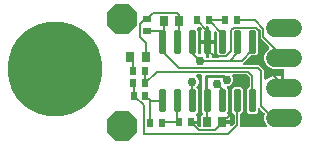
<source format=gbr>
G04 EAGLE Gerber RS-274X export*
G75*
%MOMM*%
%FSLAX34Y34*%
%LPD*%
%INTop Copper*%
%IPPOS*%
%AMOC8*
5,1,8,0,0,1.08239X$1,22.5*%
G01*
%ADD10C,0.300000*%
%ADD11R,0.600000X0.700000*%
%ADD12R,0.700000X0.600000*%
%ADD13R,0.700000X0.900000*%
%ADD14C,1.524000*%
%ADD15P,2.763017X8X112.500000*%
%ADD16C,8.000000*%
%ADD17P,2.763017X8X22.500000*%
%ADD18C,0.152400*%
%ADD19C,0.756400*%
%ADD20C,0.254000*%

G36*
X316338Y206550D02*
X316338Y206550D01*
X316481Y206563D01*
X316496Y206569D01*
X316513Y206571D01*
X316645Y206622D01*
X316780Y206671D01*
X316794Y206680D01*
X316809Y206686D01*
X316925Y206769D01*
X317043Y206849D01*
X317054Y206862D01*
X317068Y206871D01*
X317159Y206981D01*
X317254Y207088D01*
X317261Y207103D01*
X317272Y207115D01*
X317333Y207244D01*
X317398Y207371D01*
X317402Y207387D01*
X317409Y207402D01*
X317437Y207542D01*
X317468Y207681D01*
X317467Y207698D01*
X317471Y207714D01*
X317463Y207856D01*
X317458Y207999D01*
X317454Y208015D01*
X317453Y208032D01*
X317410Y208168D01*
X317370Y208305D01*
X317361Y208319D01*
X317356Y208335D01*
X317281Y208455D01*
X317208Y208579D01*
X317193Y208596D01*
X317188Y208604D01*
X317174Y208617D01*
X317102Y208699D01*
X316351Y209450D01*
X314959Y212811D01*
X314959Y216449D01*
X315387Y217481D01*
X315395Y217510D01*
X315408Y217536D01*
X315412Y217553D01*
X315417Y217563D01*
X315431Y217637D01*
X315436Y217663D01*
X315471Y217788D01*
X315471Y217817D01*
X315478Y217846D01*
X315474Y217976D01*
X315476Y218106D01*
X315469Y218135D01*
X315468Y218164D01*
X315432Y218289D01*
X315402Y218415D01*
X315388Y218441D01*
X315380Y218470D01*
X315314Y218581D01*
X315253Y218696D01*
X315233Y218718D01*
X315218Y218744D01*
X315112Y218864D01*
X311491Y222485D01*
X311382Y222570D01*
X311275Y222658D01*
X311256Y222667D01*
X311240Y222680D01*
X311112Y222735D01*
X310987Y222794D01*
X310967Y222798D01*
X310948Y222806D01*
X310810Y222828D01*
X310674Y222854D01*
X310654Y222853D01*
X310634Y222856D01*
X310495Y222843D01*
X310357Y222834D01*
X310338Y222828D01*
X310318Y222826D01*
X310186Y222779D01*
X310055Y222736D01*
X310037Y222725D01*
X310018Y222718D01*
X309903Y222640D01*
X309786Y222566D01*
X309772Y222551D01*
X309755Y222540D01*
X309663Y222435D01*
X309568Y222334D01*
X309558Y222317D01*
X309545Y222301D01*
X309481Y222177D01*
X309414Y222056D01*
X309409Y222036D01*
X309400Y222018D01*
X309370Y221882D01*
X309335Y221748D01*
X309333Y221720D01*
X309330Y221708D01*
X309331Y221687D01*
X309325Y221587D01*
X309325Y219647D01*
X307553Y217875D01*
X302047Y217875D01*
X300275Y219647D01*
X300275Y238853D01*
X302142Y240719D01*
X302202Y240797D01*
X302270Y240869D01*
X302299Y240922D01*
X302336Y240970D01*
X302376Y241061D01*
X302424Y241148D01*
X302439Y241207D01*
X302463Y241262D01*
X302478Y241360D01*
X302503Y241456D01*
X302509Y241556D01*
X302513Y241576D01*
X302511Y241589D01*
X302513Y241617D01*
X302513Y248717D01*
X302501Y248815D01*
X302498Y248914D01*
X302481Y248972D01*
X302473Y249033D01*
X302437Y249125D01*
X302409Y249220D01*
X302379Y249272D01*
X302356Y249328D01*
X302298Y249408D01*
X302248Y249494D01*
X302182Y249569D01*
X302170Y249586D01*
X302160Y249593D01*
X302142Y249615D01*
X300669Y251088D01*
X300590Y251148D01*
X300518Y251216D01*
X300465Y251245D01*
X300417Y251282D01*
X300326Y251322D01*
X300240Y251370D01*
X300181Y251385D01*
X300125Y251409D01*
X300027Y251424D01*
X299932Y251449D01*
X299832Y251455D01*
X299811Y251459D01*
X299799Y251457D01*
X299771Y251459D01*
X289176Y251459D01*
X289127Y251453D01*
X289077Y251455D01*
X288970Y251433D01*
X288860Y251419D01*
X288814Y251401D01*
X288766Y251391D01*
X288667Y251343D01*
X288565Y251302D01*
X288525Y251273D01*
X288480Y251251D01*
X288396Y251180D01*
X288307Y251116D01*
X288276Y251077D01*
X288238Y251045D01*
X288175Y250955D01*
X288105Y250871D01*
X288083Y250826D01*
X288055Y250785D01*
X288016Y250682D01*
X287969Y250583D01*
X287960Y250534D01*
X287942Y250488D01*
X287930Y250378D01*
X287909Y250271D01*
X287912Y250221D01*
X287907Y250172D01*
X287922Y250063D01*
X287929Y249953D01*
X287944Y249906D01*
X287951Y249857D01*
X288003Y249704D01*
X288744Y247916D01*
X288744Y245804D01*
X287936Y243854D01*
X286444Y242361D01*
X284493Y241553D01*
X284289Y241553D01*
X284151Y241536D01*
X284012Y241523D01*
X283993Y241516D01*
X283973Y241513D01*
X283844Y241462D01*
X283713Y241415D01*
X283696Y241404D01*
X283677Y241396D01*
X283565Y241315D01*
X283450Y241237D01*
X283436Y241221D01*
X283420Y241210D01*
X283331Y241102D01*
X283239Y240998D01*
X283230Y240980D01*
X283217Y240965D01*
X283158Y240839D01*
X283095Y240715D01*
X283090Y240695D01*
X283082Y240677D01*
X283056Y240540D01*
X283025Y240405D01*
X283026Y240384D01*
X283022Y240365D01*
X283031Y240226D01*
X283035Y240087D01*
X283040Y240067D01*
X283042Y240047D01*
X283084Y239915D01*
X283123Y239781D01*
X283133Y239764D01*
X283140Y239745D01*
X283214Y239627D01*
X283285Y239507D01*
X283303Y239486D01*
X283310Y239476D01*
X283325Y239462D01*
X283391Y239387D01*
X283925Y238853D01*
X283925Y219647D01*
X283891Y219613D01*
X283814Y219514D01*
X283732Y219419D01*
X283717Y219389D01*
X283696Y219362D01*
X283646Y219247D01*
X283590Y219134D01*
X283583Y219101D01*
X283570Y219070D01*
X283550Y218946D01*
X283524Y218823D01*
X283525Y218789D01*
X283520Y218756D01*
X283532Y218631D01*
X283537Y218505D01*
X283546Y218473D01*
X283550Y218439D01*
X283592Y218321D01*
X283628Y218201D01*
X283646Y218172D01*
X283657Y218140D01*
X283728Y218036D01*
X283793Y217928D01*
X283817Y217905D01*
X283836Y217877D01*
X283930Y217794D01*
X284020Y217706D01*
X284060Y217679D01*
X284074Y217667D01*
X284093Y217657D01*
X284154Y217617D01*
X284610Y217353D01*
X285083Y216880D01*
X285418Y216301D01*
X285591Y215654D01*
X285591Y212569D01*
X280030Y212569D01*
X279912Y212554D01*
X279793Y212547D01*
X279755Y212534D01*
X279715Y212529D01*
X279604Y212486D01*
X279491Y212449D01*
X279457Y212427D01*
X279419Y212412D01*
X279323Y212343D01*
X279222Y212279D01*
X279194Y212249D01*
X279162Y212226D01*
X279086Y212134D01*
X279004Y212047D01*
X278985Y212012D01*
X278959Y211981D01*
X278908Y211873D01*
X278851Y211769D01*
X278841Y211729D01*
X278823Y211693D01*
X278801Y211576D01*
X278795Y211574D01*
X278754Y211569D01*
X278644Y211525D01*
X278531Y211489D01*
X278496Y211467D01*
X278459Y211452D01*
X278362Y211382D01*
X278262Y211319D01*
X278234Y211289D01*
X278201Y211265D01*
X278125Y211174D01*
X278044Y211087D01*
X278024Y211052D01*
X277999Y211020D01*
X277948Y210913D01*
X277890Y210808D01*
X277880Y210769D01*
X277863Y210733D01*
X277841Y210616D01*
X277811Y210500D01*
X277807Y210440D01*
X277803Y210420D01*
X277805Y210400D01*
X277801Y210340D01*
X277801Y208019D01*
X277815Y207905D01*
X277822Y207789D01*
X277835Y207747D01*
X277841Y207703D01*
X277883Y207596D01*
X277918Y207486D01*
X277941Y207449D01*
X277958Y207408D01*
X278025Y207314D01*
X278087Y207216D01*
X278118Y207186D01*
X278144Y207150D01*
X278233Y207077D01*
X278317Y206997D01*
X278355Y206976D01*
X278389Y206947D01*
X278494Y206898D01*
X278594Y206842D01*
X278637Y206831D01*
X278677Y206812D01*
X278790Y206790D01*
X278902Y206761D01*
X278969Y206756D01*
X278989Y206752D01*
X279009Y206753D01*
X279063Y206750D01*
X280023Y206744D01*
X280144Y206759D01*
X280267Y206766D01*
X280302Y206778D01*
X280338Y206782D01*
X280453Y206827D01*
X280569Y206864D01*
X280600Y206884D01*
X280635Y206897D01*
X280735Y206969D01*
X280838Y207034D01*
X280863Y207061D01*
X280893Y207083D01*
X280972Y207177D01*
X281056Y207266D01*
X281074Y207298D01*
X281097Y207326D01*
X281150Y207437D01*
X281210Y207545D01*
X281219Y207580D01*
X281235Y207613D01*
X281258Y207734D01*
X281289Y207853D01*
X281292Y207906D01*
X281296Y207925D01*
X281295Y207947D01*
X281299Y208013D01*
X281299Y209071D01*
X285591Y209071D01*
X285591Y208577D01*
X285608Y208439D01*
X285621Y208301D01*
X285628Y208281D01*
X285631Y208261D01*
X285682Y208132D01*
X285729Y208001D01*
X285740Y207984D01*
X285748Y207966D01*
X285829Y207853D01*
X285907Y207738D01*
X285923Y207725D01*
X285934Y207708D01*
X286042Y207620D01*
X286146Y207528D01*
X286164Y207518D01*
X286179Y207506D01*
X286305Y207446D01*
X286429Y207383D01*
X286449Y207379D01*
X286467Y207370D01*
X286604Y207344D01*
X286739Y207313D01*
X286760Y207314D01*
X286779Y207310D01*
X286918Y207319D01*
X287057Y207323D01*
X287077Y207329D01*
X287097Y207330D01*
X287229Y207373D01*
X287363Y207411D01*
X287380Y207422D01*
X287399Y207428D01*
X287517Y207502D01*
X287637Y207573D01*
X287658Y207592D01*
X287668Y207598D01*
X287682Y207613D01*
X287757Y207679D01*
X289442Y209363D01*
X289502Y209442D01*
X289570Y209514D01*
X289599Y209567D01*
X289636Y209615D01*
X289676Y209706D01*
X289724Y209792D01*
X289739Y209851D01*
X289763Y209907D01*
X289778Y210004D01*
X289803Y210100D01*
X289809Y210200D01*
X289813Y210221D01*
X289811Y210233D01*
X289813Y210261D01*
X289813Y216883D01*
X289801Y216982D01*
X289798Y217081D01*
X289781Y217139D01*
X289773Y217199D01*
X289737Y217291D01*
X289709Y217386D01*
X289679Y217438D01*
X289656Y217495D01*
X289598Y217575D01*
X289548Y217660D01*
X289482Y217735D01*
X289470Y217752D01*
X289460Y217760D01*
X289442Y217781D01*
X287575Y219647D01*
X287575Y238853D01*
X289347Y240625D01*
X294853Y240625D01*
X296625Y238853D01*
X296625Y219647D01*
X294758Y217781D01*
X294698Y217703D01*
X294630Y217631D01*
X294601Y217578D01*
X294564Y217530D01*
X294524Y217439D01*
X294476Y217352D01*
X294461Y217293D01*
X294437Y217238D01*
X294422Y217140D01*
X294397Y217044D01*
X294391Y216944D01*
X294387Y216924D01*
X294389Y216911D01*
X294387Y216883D01*
X294387Y207922D01*
X294401Y207808D01*
X294408Y207692D01*
X294421Y207650D01*
X294427Y207606D01*
X294469Y207499D01*
X294504Y207389D01*
X294527Y207352D01*
X294544Y207311D01*
X294611Y207217D01*
X294673Y207120D01*
X294704Y207089D01*
X294730Y207053D01*
X294819Y206980D01*
X294903Y206900D01*
X294941Y206879D01*
X294975Y206851D01*
X295080Y206802D01*
X295180Y206745D01*
X295223Y206734D01*
X295263Y206715D01*
X295376Y206693D01*
X295488Y206664D01*
X295555Y206659D01*
X295575Y206655D01*
X295595Y206656D01*
X295649Y206653D01*
X316197Y206533D01*
X316338Y206550D01*
G37*
G36*
X330826Y240046D02*
X330826Y240046D01*
X330945Y240053D01*
X330983Y240066D01*
X331024Y240071D01*
X331134Y240115D01*
X331247Y240151D01*
X331282Y240173D01*
X331319Y240188D01*
X331415Y240258D01*
X331516Y240321D01*
X331544Y240351D01*
X331577Y240375D01*
X331653Y240466D01*
X331734Y240553D01*
X331754Y240588D01*
X331779Y240620D01*
X331830Y240727D01*
X331888Y240832D01*
X331898Y240871D01*
X331915Y240907D01*
X331937Y241024D01*
X331967Y241139D01*
X331971Y241200D01*
X331975Y241220D01*
X331973Y241240D01*
X331977Y241300D01*
X331977Y255016D01*
X331962Y255134D01*
X331955Y255253D01*
X331942Y255291D01*
X331937Y255332D01*
X331894Y255442D01*
X331857Y255555D01*
X331835Y255590D01*
X331820Y255627D01*
X331751Y255723D01*
X331687Y255824D01*
X331657Y255852D01*
X331634Y255885D01*
X331542Y255961D01*
X331455Y256042D01*
X331420Y256062D01*
X331389Y256087D01*
X331281Y256138D01*
X331177Y256196D01*
X331137Y256206D01*
X331101Y256223D01*
X330984Y256245D01*
X330869Y256275D01*
X330809Y256279D01*
X330789Y256283D01*
X330768Y256281D01*
X330708Y256285D01*
X322285Y256285D01*
X318924Y257677D01*
X316351Y260250D01*
X314959Y263611D01*
X314959Y267249D01*
X316351Y270610D01*
X318933Y273192D01*
X319006Y273286D01*
X319085Y273375D01*
X319103Y273411D01*
X319128Y273443D01*
X319176Y273553D01*
X319230Y273658D01*
X319238Y273698D01*
X319255Y273735D01*
X319273Y273853D01*
X319299Y273969D01*
X319298Y274009D01*
X319304Y274049D01*
X319293Y274168D01*
X319290Y274287D01*
X319278Y274325D01*
X319275Y274366D01*
X319234Y274478D01*
X319201Y274592D01*
X319181Y274627D01*
X319167Y274665D01*
X319100Y274764D01*
X319040Y274866D01*
X319000Y274911D01*
X318988Y274928D01*
X318973Y274942D01*
X318933Y274987D01*
X311911Y282009D01*
X311911Y288341D01*
X311899Y288439D01*
X311896Y288538D01*
X311879Y288596D01*
X311871Y288657D01*
X311835Y288748D01*
X311808Y288843D01*
X311777Y288896D01*
X311754Y288952D01*
X311696Y289032D01*
X311646Y289117D01*
X311579Y289193D01*
X311568Y289210D01*
X311558Y289217D01*
X311540Y289238D01*
X311492Y289286D01*
X311382Y289372D01*
X311275Y289460D01*
X311256Y289469D01*
X311241Y289481D01*
X311113Y289537D01*
X310987Y289596D01*
X310967Y289600D01*
X310949Y289608D01*
X310811Y289630D01*
X310674Y289656D01*
X310654Y289655D01*
X310635Y289658D01*
X310496Y289645D01*
X310357Y289636D01*
X310338Y289630D01*
X310318Y289628D01*
X310187Y289581D01*
X310055Y289538D01*
X310038Y289527D01*
X310019Y289521D01*
X309904Y289442D01*
X309786Y289368D01*
X309772Y289353D01*
X309756Y289342D01*
X309664Y289238D01*
X309568Y289136D01*
X309558Y289119D01*
X309545Y289104D01*
X309482Y288980D01*
X309414Y288858D01*
X309409Y288838D01*
X309400Y288820D01*
X309370Y288684D01*
X309335Y288550D01*
X309333Y288522D01*
X309331Y288510D01*
X309331Y288490D01*
X309325Y288389D01*
X309325Y269147D01*
X307553Y267375D01*
X304043Y267375D01*
X303945Y267363D01*
X303846Y267360D01*
X303788Y267343D01*
X303727Y267335D01*
X303635Y267299D01*
X303540Y267271D01*
X303488Y267241D01*
X303432Y267218D01*
X303352Y267160D01*
X303266Y267110D01*
X303191Y267044D01*
X303174Y267032D01*
X303167Y267022D01*
X303145Y267004D01*
X297389Y261247D01*
X297304Y261138D01*
X297216Y261031D01*
X297207Y261012D01*
X297194Y260996D01*
X297139Y260868D01*
X297080Y260743D01*
X297076Y260723D01*
X297068Y260704D01*
X297046Y260566D01*
X297020Y260430D01*
X297021Y260410D01*
X297018Y260390D01*
X297031Y260251D01*
X297040Y260113D01*
X297046Y260094D01*
X297048Y260074D01*
X297095Y259942D01*
X297138Y259811D01*
X297149Y259793D01*
X297156Y259774D01*
X297234Y259659D01*
X297308Y259542D01*
X297323Y259528D01*
X297334Y259511D01*
X297439Y259419D01*
X297540Y259324D01*
X297557Y259314D01*
X297573Y259301D01*
X297697Y259237D01*
X297818Y259170D01*
X297838Y259165D01*
X297856Y259156D01*
X297992Y259126D01*
X298126Y259091D01*
X298154Y259089D01*
X298166Y259086D01*
X298187Y259087D01*
X298287Y259081D01*
X310573Y259081D01*
X314707Y254947D01*
X314707Y248066D01*
X314724Y247928D01*
X314737Y247790D01*
X314744Y247771D01*
X314747Y247751D01*
X314798Y247621D01*
X314845Y247491D01*
X314856Y247474D01*
X314864Y247455D01*
X314945Y247343D01*
X315023Y247228D01*
X315039Y247214D01*
X315050Y247198D01*
X315158Y247109D01*
X315262Y247017D01*
X315280Y247008D01*
X315295Y246995D01*
X315421Y246936D01*
X315545Y246873D01*
X315565Y246868D01*
X315583Y246859D01*
X315720Y246833D01*
X315855Y246803D01*
X315876Y246804D01*
X315895Y246800D01*
X316034Y246808D01*
X316173Y246813D01*
X316193Y246818D01*
X316213Y246819D01*
X316345Y246862D01*
X316479Y246901D01*
X316496Y246911D01*
X316515Y246917D01*
X316633Y246992D01*
X316753Y247063D01*
X316774Y247081D01*
X316784Y247088D01*
X316798Y247103D01*
X316874Y247169D01*
X317485Y247780D01*
X318779Y248720D01*
X320204Y249446D01*
X321725Y249941D01*
X323304Y250191D01*
X329185Y250191D01*
X329185Y241300D01*
X329200Y241182D01*
X329207Y241063D01*
X329220Y241025D01*
X329225Y240985D01*
X329268Y240874D01*
X329305Y240761D01*
X329327Y240727D01*
X329342Y240689D01*
X329412Y240593D01*
X329475Y240492D01*
X329505Y240464D01*
X329528Y240432D01*
X329620Y240356D01*
X329707Y240274D01*
X329742Y240255D01*
X329773Y240229D01*
X329881Y240178D01*
X329985Y240121D01*
X330025Y240110D01*
X330061Y240093D01*
X330178Y240071D01*
X330293Y240041D01*
X330354Y240037D01*
X330374Y240033D01*
X330394Y240035D01*
X330454Y240031D01*
X330708Y240031D01*
X330826Y240046D01*
G37*
G36*
X267048Y265360D02*
X267048Y265360D01*
X267167Y265367D01*
X267205Y265380D01*
X267246Y265385D01*
X267356Y265428D01*
X267469Y265465D01*
X267504Y265487D01*
X267541Y265502D01*
X267637Y265571D01*
X267738Y265635D01*
X267766Y265665D01*
X267799Y265688D01*
X267875Y265780D01*
X267956Y265867D01*
X267976Y265902D01*
X268001Y265933D01*
X268052Y266041D01*
X268110Y266145D01*
X268120Y266185D01*
X268137Y266221D01*
X268159Y266338D01*
X268189Y266453D01*
X268193Y266513D01*
X268197Y266533D01*
X268195Y266554D01*
X268199Y266614D01*
X268199Y277251D01*
X272241Y277251D01*
X272241Y269868D01*
X271965Y268840D01*
X271433Y267919D01*
X271026Y267512D01*
X270941Y267402D01*
X270852Y267295D01*
X270843Y267276D01*
X270831Y267260D01*
X270776Y267132D01*
X270717Y267007D01*
X270713Y266987D01*
X270705Y266968D01*
X270683Y266830D01*
X270657Y266694D01*
X270658Y266674D01*
X270655Y266654D01*
X270668Y266515D01*
X270676Y266377D01*
X270683Y266358D01*
X270685Y266338D01*
X270732Y266207D01*
X270775Y266075D01*
X270785Y266057D01*
X270792Y266038D01*
X270870Y265924D01*
X270945Y265806D01*
X270959Y265792D01*
X270971Y265775D01*
X271075Y265683D01*
X271176Y265588D01*
X271194Y265578D01*
X271209Y265565D01*
X271333Y265502D01*
X271455Y265434D01*
X271474Y265429D01*
X271492Y265420D01*
X271628Y265390D01*
X271763Y265355D01*
X271791Y265353D01*
X271803Y265350D01*
X271823Y265351D01*
X271923Y265345D01*
X275613Y265345D01*
X275751Y265362D01*
X275890Y265375D01*
X275909Y265382D01*
X275929Y265385D01*
X276058Y265436D01*
X276189Y265483D01*
X276206Y265494D01*
X276225Y265502D01*
X276337Y265583D01*
X276452Y265661D01*
X276466Y265677D01*
X276482Y265688D01*
X276571Y265796D01*
X276663Y265900D01*
X276672Y265918D01*
X276685Y265933D01*
X276744Y266059D01*
X276807Y266183D01*
X276812Y266203D01*
X276820Y266221D01*
X276846Y266358D01*
X276877Y266493D01*
X276876Y266514D01*
X276880Y266533D01*
X276871Y266672D01*
X276867Y266811D01*
X276862Y266831D01*
X276860Y266851D01*
X276818Y266983D01*
X276779Y267117D01*
X276769Y267134D01*
X276762Y267153D01*
X276688Y267271D01*
X276617Y267391D01*
X276599Y267412D01*
X276592Y267422D01*
X276577Y267436D01*
X276511Y267511D01*
X274875Y269147D01*
X274875Y286435D01*
X274863Y286533D01*
X274860Y286632D01*
X274843Y286691D01*
X274835Y286751D01*
X274799Y286843D01*
X274771Y286938D01*
X274741Y286990D01*
X274718Y287046D01*
X274660Y287126D01*
X274610Y287212D01*
X274544Y287287D01*
X274532Y287304D01*
X274522Y287311D01*
X274504Y287333D01*
X274407Y287429D01*
X274316Y287499D01*
X274293Y287522D01*
X274279Y287529D01*
X274191Y287602D01*
X274172Y287611D01*
X274156Y287624D01*
X274028Y287679D01*
X273903Y287738D01*
X273883Y287742D01*
X273864Y287750D01*
X273726Y287772D01*
X273590Y287798D01*
X273570Y287797D01*
X273550Y287800D01*
X273411Y287787D01*
X273273Y287778D01*
X273254Y287772D01*
X273234Y287770D01*
X273102Y287723D01*
X272971Y287680D01*
X272953Y287669D01*
X272934Y287662D01*
X272819Y287584D01*
X272702Y287510D01*
X272688Y287495D01*
X272671Y287484D01*
X272579Y287380D01*
X272484Y287278D01*
X272474Y287260D01*
X272461Y287245D01*
X272397Y287121D01*
X272330Y287000D01*
X272325Y286980D01*
X272316Y286962D01*
X272286Y286826D01*
X272251Y286692D01*
X272249Y286664D01*
X272246Y286652D01*
X272247Y286631D01*
X272244Y286578D01*
X272243Y286576D01*
X272243Y286574D01*
X272241Y286531D01*
X272241Y280249D01*
X268199Y280249D01*
X268199Y290886D01*
X268184Y291004D01*
X268177Y291123D01*
X268164Y291161D01*
X268159Y291202D01*
X268116Y291312D01*
X268079Y291425D01*
X268057Y291460D01*
X268042Y291497D01*
X267973Y291593D01*
X267909Y291694D01*
X267879Y291722D01*
X267856Y291755D01*
X267764Y291831D01*
X267677Y291912D01*
X267642Y291932D01*
X267611Y291957D01*
X267503Y292008D01*
X267399Y292066D01*
X267359Y292076D01*
X267323Y292093D01*
X267206Y292115D01*
X267091Y292145D01*
X267031Y292149D01*
X267011Y292153D01*
X266990Y292151D01*
X266930Y292155D01*
X266470Y292155D01*
X266352Y292140D01*
X266233Y292133D01*
X266195Y292120D01*
X266154Y292115D01*
X266044Y292072D01*
X265931Y292035D01*
X265896Y292013D01*
X265859Y291998D01*
X265762Y291929D01*
X265662Y291865D01*
X265634Y291835D01*
X265601Y291812D01*
X265525Y291720D01*
X265444Y291633D01*
X265424Y291598D01*
X265399Y291567D01*
X265348Y291459D01*
X265290Y291355D01*
X265280Y291315D01*
X265263Y291279D01*
X265241Y291162D01*
X265211Y291047D01*
X265207Y290987D01*
X265203Y290967D01*
X265205Y290946D01*
X265201Y290886D01*
X265201Y280249D01*
X261159Y280249D01*
X261159Y287632D01*
X261435Y288660D01*
X261767Y289235D01*
X261818Y289358D01*
X261875Y289477D01*
X261880Y289504D01*
X261890Y289529D01*
X261910Y289660D01*
X261935Y289790D01*
X261933Y289816D01*
X261937Y289843D01*
X261923Y289975D01*
X261915Y290107D01*
X261906Y290133D01*
X261904Y290159D01*
X261858Y290283D01*
X261817Y290409D01*
X261802Y290432D01*
X261793Y290458D01*
X261717Y290566D01*
X261647Y290678D01*
X261627Y290697D01*
X261612Y290719D01*
X261511Y290805D01*
X261415Y290896D01*
X261391Y290909D01*
X261371Y290927D01*
X261252Y290986D01*
X261136Y291050D01*
X261110Y291056D01*
X261086Y291068D01*
X260956Y291096D01*
X260829Y291129D01*
X260790Y291131D01*
X260775Y291135D01*
X260753Y291134D01*
X260668Y291139D01*
X258803Y291139D01*
X258665Y291122D01*
X258526Y291109D01*
X258507Y291102D01*
X258487Y291099D01*
X258358Y291048D01*
X258227Y291001D01*
X258210Y290990D01*
X258191Y290982D01*
X258079Y290901D01*
X257964Y290823D01*
X257950Y290807D01*
X257934Y290796D01*
X257845Y290688D01*
X257753Y290584D01*
X257744Y290566D01*
X257731Y290551D01*
X257672Y290425D01*
X257609Y290301D01*
X257604Y290281D01*
X257596Y290263D01*
X257570Y290126D01*
X257539Y289991D01*
X257540Y289970D01*
X257536Y289951D01*
X257545Y289812D01*
X257549Y289673D01*
X257554Y289653D01*
X257556Y289633D01*
X257598Y289501D01*
X257637Y289367D01*
X257647Y289350D01*
X257654Y289331D01*
X257728Y289213D01*
X257799Y289093D01*
X257817Y289072D01*
X257824Y289062D01*
X257839Y289048D01*
X257905Y288973D01*
X258525Y288353D01*
X258525Y269593D01*
X258540Y269475D01*
X258547Y269356D01*
X258560Y269318D01*
X258565Y269277D01*
X258608Y269167D01*
X258645Y269054D01*
X258667Y269019D01*
X258682Y268982D01*
X258751Y268886D01*
X258815Y268785D01*
X258845Y268757D01*
X258868Y268724D01*
X258960Y268648D01*
X259047Y268567D01*
X259082Y268547D01*
X259113Y268522D01*
X259221Y268471D01*
X259325Y268413D01*
X259365Y268403D01*
X259401Y268386D01*
X259518Y268364D01*
X259633Y268334D01*
X259693Y268330D01*
X259713Y268326D01*
X259734Y268328D01*
X259794Y268324D01*
X259919Y268324D01*
X260044Y268339D01*
X260169Y268349D01*
X260201Y268359D01*
X260234Y268364D01*
X260351Y268410D01*
X260471Y268450D01*
X260499Y268468D01*
X260530Y268481D01*
X260632Y268554D01*
X260738Y268623D01*
X260760Y268648D01*
X260788Y268667D01*
X260868Y268764D01*
X260953Y268857D01*
X260969Y268886D01*
X260990Y268912D01*
X261044Y269026D01*
X261103Y269137D01*
X261112Y269170D01*
X261126Y269200D01*
X261149Y269323D01*
X261180Y269446D01*
X261179Y269479D01*
X261186Y269512D01*
X261178Y269638D01*
X261177Y269764D01*
X261167Y269812D01*
X261166Y269830D01*
X261159Y269850D01*
X261159Y277251D01*
X265201Y277251D01*
X265201Y266614D01*
X265216Y266496D01*
X265223Y266377D01*
X265235Y266339D01*
X265241Y266298D01*
X265284Y266187D01*
X265321Y266075D01*
X265343Y266040D01*
X265358Y266003D01*
X265427Y265907D01*
X265491Y265806D01*
X265521Y265778D01*
X265544Y265745D01*
X265636Y265669D01*
X265723Y265588D01*
X265758Y265568D01*
X265789Y265543D01*
X265897Y265492D01*
X266001Y265434D01*
X266041Y265424D01*
X266077Y265407D01*
X266194Y265385D01*
X266309Y265355D01*
X266369Y265351D01*
X266389Y265347D01*
X266410Y265349D01*
X266470Y265345D01*
X266930Y265345D01*
X267048Y265360D01*
G37*
G36*
X260370Y206874D02*
X260370Y206874D01*
X260493Y206882D01*
X260528Y206893D01*
X260564Y206897D01*
X260679Y206942D01*
X260795Y206980D01*
X260826Y206999D01*
X260861Y207013D01*
X260960Y207084D01*
X261064Y207150D01*
X261089Y207177D01*
X261119Y207198D01*
X261198Y207292D01*
X261282Y207382D01*
X261300Y207414D01*
X261323Y207442D01*
X261376Y207553D01*
X261436Y207660D01*
X261445Y207696D01*
X261461Y207729D01*
X261484Y207849D01*
X261515Y207968D01*
X261518Y208022D01*
X261522Y208041D01*
X261521Y208062D01*
X261525Y208129D01*
X261525Y215952D01*
X262699Y217125D01*
X262752Y217161D01*
X262766Y217177D01*
X262782Y217188D01*
X262871Y217296D01*
X262963Y217400D01*
X262972Y217418D01*
X262985Y217433D01*
X263044Y217559D01*
X263107Y217683D01*
X263112Y217703D01*
X263120Y217721D01*
X263146Y217858D01*
X263177Y217993D01*
X263176Y218014D01*
X263180Y218033D01*
X263172Y218172D01*
X263167Y218311D01*
X263162Y218331D01*
X263160Y218351D01*
X263118Y218483D01*
X263079Y218617D01*
X263069Y218634D01*
X263062Y218653D01*
X262988Y218771D01*
X262917Y218891D01*
X262899Y218912D01*
X262892Y218922D01*
X262877Y218936D01*
X262811Y219011D01*
X262175Y219647D01*
X262175Y238901D01*
X262204Y238938D01*
X262244Y239029D01*
X262292Y239116D01*
X262307Y239175D01*
X262331Y239230D01*
X262346Y239328D01*
X262371Y239424D01*
X262377Y239524D01*
X262381Y239544D01*
X262379Y239556D01*
X262381Y239585D01*
X262381Y250190D01*
X262366Y250308D01*
X262359Y250427D01*
X262346Y250465D01*
X262341Y250506D01*
X262298Y250616D01*
X262261Y250729D01*
X262239Y250764D01*
X262224Y250801D01*
X262155Y250897D01*
X262091Y250998D01*
X262061Y251026D01*
X262038Y251059D01*
X261946Y251135D01*
X261859Y251216D01*
X261824Y251236D01*
X261793Y251261D01*
X261685Y251312D01*
X261581Y251370D01*
X261541Y251380D01*
X261505Y251397D01*
X261388Y251419D01*
X261273Y251449D01*
X261213Y251453D01*
X261193Y251457D01*
X261172Y251455D01*
X261112Y251459D01*
X258220Y251459D01*
X258082Y251442D01*
X257943Y251429D01*
X257924Y251422D01*
X257904Y251419D01*
X257775Y251368D01*
X257644Y251321D01*
X257627Y251310D01*
X257609Y251302D01*
X257496Y251221D01*
X257381Y251143D01*
X257368Y251127D01*
X257351Y251116D01*
X257262Y251008D01*
X257171Y250904D01*
X257161Y250886D01*
X257148Y250871D01*
X257089Y250745D01*
X257026Y250621D01*
X257022Y250601D01*
X257013Y250583D01*
X256987Y250446D01*
X256956Y250311D01*
X256957Y250290D01*
X256953Y250271D01*
X256962Y250132D01*
X256966Y249993D01*
X256972Y249973D01*
X256973Y249953D01*
X257016Y249821D01*
X257054Y249687D01*
X257065Y249670D01*
X257071Y249651D01*
X257145Y249533D01*
X257216Y249413D01*
X257234Y249392D01*
X257241Y249382D01*
X257256Y249368D01*
X257322Y249293D01*
X258499Y248116D01*
X259307Y246166D01*
X259307Y244054D01*
X258499Y242104D01*
X257784Y241389D01*
X257711Y241295D01*
X257632Y241206D01*
X257614Y241170D01*
X257589Y241138D01*
X257541Y241028D01*
X257487Y240922D01*
X257479Y240883D01*
X257462Y240846D01*
X257444Y240728D01*
X257418Y240612D01*
X257419Y240572D01*
X257413Y240532D01*
X257424Y240413D01*
X257427Y240294D01*
X257439Y240255D01*
X257442Y240215D01*
X257483Y240103D01*
X257516Y239989D01*
X257536Y239954D01*
X257550Y239916D01*
X257617Y239817D01*
X257677Y239715D01*
X257717Y239669D01*
X257729Y239653D01*
X257744Y239639D01*
X257784Y239594D01*
X258525Y238853D01*
X258525Y219647D01*
X257118Y218240D01*
X257045Y218146D01*
X256966Y218057D01*
X256948Y218021D01*
X256923Y217989D01*
X256876Y217880D01*
X256822Y217774D01*
X256813Y217734D01*
X256797Y217697D01*
X256778Y217579D01*
X256752Y217463D01*
X256753Y217423D01*
X256747Y217383D01*
X256758Y217264D01*
X256762Y217146D01*
X256773Y217107D01*
X256777Y217066D01*
X256817Y216954D01*
X256850Y216840D01*
X256870Y216805D01*
X256884Y216767D01*
X256951Y216669D01*
X257011Y216566D01*
X257051Y216521D01*
X257063Y216504D01*
X257078Y216491D01*
X257118Y216445D01*
X257683Y215880D01*
X258018Y215301D01*
X258191Y214654D01*
X258191Y212319D01*
X252880Y212319D01*
X252762Y212304D01*
X252643Y212297D01*
X252605Y212284D01*
X252565Y212279D01*
X252454Y212236D01*
X252341Y212199D01*
X252307Y212177D01*
X252269Y212162D01*
X252173Y212093D01*
X252072Y212029D01*
X252044Y211999D01*
X252012Y211976D01*
X251936Y211884D01*
X251854Y211797D01*
X251835Y211762D01*
X251809Y211731D01*
X251758Y211623D01*
X251701Y211519D01*
X251691Y211479D01*
X251673Y211443D01*
X251651Y211326D01*
X251621Y211211D01*
X251617Y211151D01*
X251614Y211131D01*
X251615Y211110D01*
X251611Y211050D01*
X251611Y210590D01*
X251626Y210472D01*
X251633Y210353D01*
X251646Y210315D01*
X251651Y210274D01*
X251695Y210164D01*
X251731Y210051D01*
X251753Y210016D01*
X251768Y209979D01*
X251838Y209882D01*
X251901Y209782D01*
X251931Y209754D01*
X251955Y209721D01*
X252046Y209645D01*
X252133Y209564D01*
X252168Y209544D01*
X252200Y209519D01*
X252307Y209468D01*
X252412Y209410D01*
X252451Y209400D01*
X252487Y209383D01*
X252604Y209361D01*
X252720Y209331D01*
X252780Y209327D01*
X252800Y209323D01*
X252820Y209325D01*
X252880Y209321D01*
X258191Y209321D01*
X258191Y208133D01*
X258205Y208019D01*
X258212Y207904D01*
X258225Y207862D01*
X258231Y207818D01*
X258273Y207711D01*
X258308Y207601D01*
X258331Y207563D01*
X258348Y207522D01*
X258415Y207429D01*
X258477Y207331D01*
X258509Y207301D01*
X258534Y207265D01*
X258623Y207191D01*
X258707Y207112D01*
X258745Y207090D01*
X258779Y207062D01*
X258884Y207013D01*
X258984Y206957D01*
X259027Y206945D01*
X259067Y206926D01*
X259180Y206905D01*
X259292Y206875D01*
X259359Y206871D01*
X259379Y206867D01*
X259399Y206868D01*
X259453Y206864D01*
X260249Y206859D01*
X260370Y206874D01*
G37*
D10*
X230100Y237600D02*
X230100Y220900D01*
X227100Y220900D01*
X227100Y237600D01*
X230100Y237600D01*
X230100Y223750D02*
X227100Y223750D01*
X227100Y226600D02*
X230100Y226600D01*
X230100Y229450D02*
X227100Y229450D01*
X227100Y232300D02*
X230100Y232300D01*
X230100Y235150D02*
X227100Y235150D01*
X242800Y237600D02*
X242800Y220900D01*
X239800Y220900D01*
X239800Y237600D01*
X242800Y237600D01*
X242800Y223750D02*
X239800Y223750D01*
X239800Y226600D02*
X242800Y226600D01*
X242800Y229450D02*
X239800Y229450D01*
X239800Y232300D02*
X242800Y232300D01*
X242800Y235150D02*
X239800Y235150D01*
X255500Y237600D02*
X255500Y220900D01*
X252500Y220900D01*
X252500Y237600D01*
X255500Y237600D01*
X255500Y223750D02*
X252500Y223750D01*
X252500Y226600D02*
X255500Y226600D01*
X255500Y229450D02*
X252500Y229450D01*
X252500Y232300D02*
X255500Y232300D01*
X255500Y235150D02*
X252500Y235150D01*
X268200Y237600D02*
X268200Y220900D01*
X265200Y220900D01*
X265200Y237600D01*
X268200Y237600D01*
X268200Y223750D02*
X265200Y223750D01*
X265200Y226600D02*
X268200Y226600D01*
X268200Y229450D02*
X265200Y229450D01*
X265200Y232300D02*
X268200Y232300D01*
X268200Y235150D02*
X265200Y235150D01*
X280900Y237600D02*
X280900Y220900D01*
X277900Y220900D01*
X277900Y237600D01*
X280900Y237600D01*
X280900Y223750D02*
X277900Y223750D01*
X277900Y226600D02*
X280900Y226600D01*
X280900Y229450D02*
X277900Y229450D01*
X277900Y232300D02*
X280900Y232300D01*
X280900Y235150D02*
X277900Y235150D01*
X293600Y237600D02*
X293600Y220900D01*
X290600Y220900D01*
X290600Y237600D01*
X293600Y237600D01*
X293600Y223750D02*
X290600Y223750D01*
X290600Y226600D02*
X293600Y226600D01*
X293600Y229450D02*
X290600Y229450D01*
X290600Y232300D02*
X293600Y232300D01*
X293600Y235150D02*
X290600Y235150D01*
X306300Y237600D02*
X306300Y220900D01*
X303300Y220900D01*
X303300Y237600D01*
X306300Y237600D01*
X306300Y223750D02*
X303300Y223750D01*
X303300Y226600D02*
X306300Y226600D01*
X306300Y229450D02*
X303300Y229450D01*
X303300Y232300D02*
X306300Y232300D01*
X306300Y235150D02*
X303300Y235150D01*
X306300Y270400D02*
X306300Y287100D01*
X306300Y270400D02*
X303300Y270400D01*
X303300Y287100D01*
X306300Y287100D01*
X306300Y273250D02*
X303300Y273250D01*
X303300Y276100D02*
X306300Y276100D01*
X306300Y278950D02*
X303300Y278950D01*
X303300Y281800D02*
X306300Y281800D01*
X306300Y284650D02*
X303300Y284650D01*
X293600Y287100D02*
X293600Y270400D01*
X290600Y270400D01*
X290600Y287100D01*
X293600Y287100D01*
X293600Y273250D02*
X290600Y273250D01*
X290600Y276100D02*
X293600Y276100D01*
X293600Y278950D02*
X290600Y278950D01*
X290600Y281800D02*
X293600Y281800D01*
X293600Y284650D02*
X290600Y284650D01*
X280900Y287100D02*
X280900Y270400D01*
X277900Y270400D01*
X277900Y287100D01*
X280900Y287100D01*
X280900Y273250D02*
X277900Y273250D01*
X277900Y276100D02*
X280900Y276100D01*
X280900Y278950D02*
X277900Y278950D01*
X277900Y281800D02*
X280900Y281800D01*
X280900Y284650D02*
X277900Y284650D01*
X268200Y287100D02*
X268200Y270400D01*
X265200Y270400D01*
X265200Y287100D01*
X268200Y287100D01*
X268200Y273250D02*
X265200Y273250D01*
X265200Y276100D02*
X268200Y276100D01*
X268200Y278950D02*
X265200Y278950D01*
X265200Y281800D02*
X268200Y281800D01*
X268200Y284650D02*
X265200Y284650D01*
X255500Y287100D02*
X255500Y270400D01*
X252500Y270400D01*
X252500Y287100D01*
X255500Y287100D01*
X255500Y273250D02*
X252500Y273250D01*
X252500Y276100D02*
X255500Y276100D01*
X255500Y278950D02*
X252500Y278950D01*
X252500Y281800D02*
X255500Y281800D01*
X255500Y284650D02*
X252500Y284650D01*
X242800Y287100D02*
X242800Y270400D01*
X239800Y270400D01*
X239800Y287100D01*
X242800Y287100D01*
X242800Y273250D02*
X239800Y273250D01*
X239800Y276100D02*
X242800Y276100D01*
X242800Y278950D02*
X239800Y278950D01*
X239800Y281800D02*
X242800Y281800D01*
X242800Y284650D02*
X239800Y284650D01*
X230100Y287100D02*
X230100Y270400D01*
X227100Y270400D01*
X227100Y287100D01*
X230100Y287100D01*
X230100Y273250D02*
X227100Y273250D01*
X227100Y276100D02*
X230100Y276100D01*
X230100Y278950D02*
X227100Y278950D01*
X227100Y281800D02*
X230100Y281800D01*
X230100Y284650D02*
X227100Y284650D01*
D11*
X214296Y233426D03*
X204296Y233426D03*
X252650Y210820D03*
X242650Y210820D03*
X228266Y210566D03*
X218266Y210566D03*
X204042Y244094D03*
X214042Y244094D03*
X282020Y297180D03*
X292020Y297180D03*
X257890Y297180D03*
X267890Y297180D03*
X214042Y254508D03*
X204042Y254508D03*
D12*
X215646Y297862D03*
X215646Y287862D03*
D13*
X201526Y265684D03*
X214526Y265684D03*
X242720Y296672D03*
X229720Y296672D03*
X279550Y210820D03*
X266550Y210820D03*
D14*
X324104Y290830D02*
X339344Y290830D01*
X339344Y265430D02*
X324104Y265430D01*
X324104Y240030D02*
X339344Y240030D01*
X339344Y214630D02*
X324104Y214630D01*
D15*
X194818Y207518D03*
D16*
X137414Y255524D03*
D17*
X194310Y297942D03*
D18*
X259563Y204034D02*
X273537Y204034D01*
X252777Y210820D02*
X252650Y210820D01*
X279550Y210820D02*
X279550Y210047D01*
X273537Y204034D01*
X259563Y204034D02*
X252777Y210820D01*
X266780Y288290D02*
X257890Y297180D01*
X266780Y288290D02*
X266780Y278830D01*
X266700Y278750D01*
X257890Y297180D02*
X257890Y298183D01*
D19*
X297434Y244122D03*
D18*
X285900Y239954D02*
X285900Y217170D01*
X279550Y210820D01*
X290068Y244122D02*
X297434Y244122D01*
X290068Y244122D02*
X285900Y239954D01*
D20*
X266700Y273520D02*
X266700Y278750D01*
D18*
X272014Y266614D02*
X282468Y266614D01*
X286814Y288668D02*
X289032Y290886D01*
X266700Y271928D02*
X272014Y266614D01*
X266700Y271928D02*
X266700Y278750D01*
X282468Y266614D02*
X286814Y270960D01*
X286814Y288668D01*
X289032Y290886D02*
X307868Y290886D01*
X331216Y241554D02*
X331216Y240030D01*
X310642Y288112D02*
X307868Y290886D01*
X310642Y288112D02*
X310642Y262128D01*
X331216Y241554D01*
X204042Y263168D02*
X201526Y265684D01*
X204042Y263168D02*
X204042Y254508D01*
D19*
X254000Y245110D03*
D18*
X254000Y229250D01*
X292020Y297180D02*
X306832Y297180D01*
X314198Y289814D02*
X314198Y282956D01*
X331724Y265430D01*
X314198Y289814D02*
X306832Y297180D01*
D19*
X274574Y243586D03*
D18*
X279400Y238760D01*
X279400Y229250D01*
X292100Y229250D02*
X292100Y208788D01*
X284298Y200986D02*
X212678Y200986D01*
X212678Y225044D02*
X204296Y233426D01*
X212678Y225044D02*
X212678Y200986D01*
X284298Y200986D02*
X292100Y208788D01*
X204296Y243840D02*
X204042Y244094D01*
X204296Y243840D02*
X204296Y233426D01*
X267932Y297138D02*
X282020Y297180D01*
X267932Y297138D02*
X267890Y297180D01*
X279400Y285670D01*
X279400Y278750D01*
X229720Y286512D02*
X229720Y296672D01*
X229720Y286512D02*
X229720Y279870D01*
X228600Y278750D01*
X228600Y271018D01*
X242824Y256794D02*
X309626Y256794D01*
X312420Y254000D01*
X312420Y224790D01*
X322580Y214630D01*
X331724Y214630D01*
X242824Y256794D02*
X228600Y271018D01*
X229720Y286512D02*
X228370Y287862D01*
X215646Y287862D01*
X223694Y253746D02*
X214042Y244094D01*
X214042Y254508D01*
X223694Y253746D02*
X301244Y253746D01*
X304800Y250190D02*
X304800Y229250D01*
X304800Y250190D02*
X301244Y253746D01*
X228600Y229250D02*
X218980Y229250D01*
X218266Y228536D02*
X218266Y210566D01*
X218266Y228536D02*
X218639Y228909D01*
X218980Y229250D01*
X218639Y229083D02*
X214296Y233426D01*
X218639Y229083D02*
X218639Y228909D01*
X266550Y229100D02*
X266550Y210820D01*
X266550Y229100D02*
X266700Y229250D01*
X266982Y229532D01*
D19*
X283438Y246860D03*
D20*
X265176Y250162D02*
X265176Y230774D01*
X266700Y229250D01*
X283438Y246860D02*
X280136Y250162D01*
X265176Y250162D01*
D18*
X241300Y212170D02*
X242650Y210820D01*
X241300Y212170D02*
X241300Y229250D01*
X228266Y210820D02*
X228266Y210566D01*
X228266Y210820D02*
X242650Y210820D01*
X242720Y296672D02*
X242720Y302006D01*
X241196Y303530D01*
X220552Y303530D01*
X215646Y298624D02*
X215646Y297862D01*
X215646Y298624D02*
X220552Y303530D01*
X242678Y296630D02*
X242720Y296672D01*
X242678Y296630D02*
X242570Y296630D01*
X242570Y280020D01*
X241300Y278750D01*
X214526Y278130D02*
X214526Y265684D01*
X214526Y278130D02*
X209804Y282852D01*
X213614Y297862D02*
X215646Y297862D01*
X213614Y297862D02*
X209804Y294052D01*
X209804Y282852D01*
X254000Y278750D02*
X254000Y269494D01*
X260518Y263058D02*
X285664Y263058D01*
X292100Y269494D02*
X292100Y278750D01*
X260477Y263017D02*
X254000Y269494D01*
X260477Y263017D02*
X260518Y263058D01*
X285664Y263058D02*
X292100Y269494D01*
X295966Y263058D02*
X285664Y263058D01*
X304800Y271892D02*
X304800Y278750D01*
X304800Y271892D02*
X295966Y263058D01*
D19*
X260477Y263017D03*
M02*

</source>
